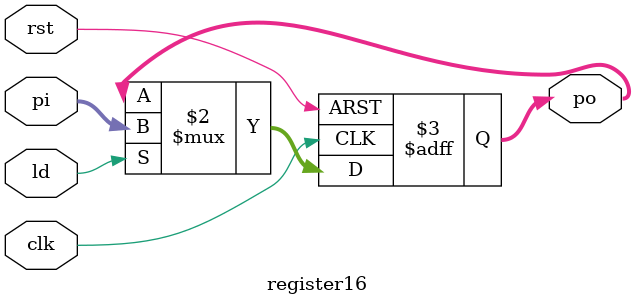
<source format=v>
`timescale 1ns/1ns
module register16(input [15:0] pi, input clk, rst, ld, output reg [15:0] po);
    always @(posedge clk, posedge rst) begin
        if (rst)
            po <= 16'b0;
        else
            po <= (ld) ? pi : po;
    end
endmodule



</source>
